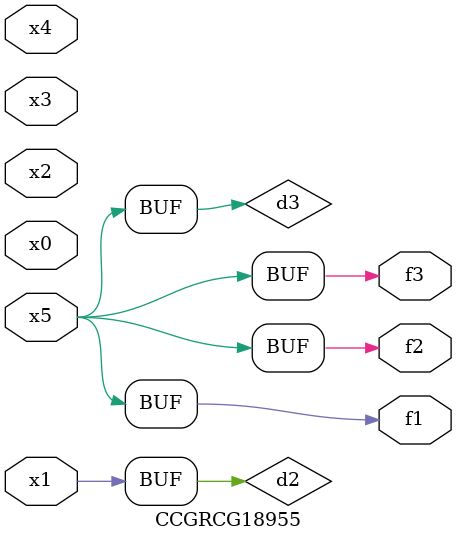
<source format=v>
module CCGRCG18955(
	input x0, x1, x2, x3, x4, x5,
	output f1, f2, f3
);

	wire d1, d2, d3;

	not (d1, x5);
	or (d2, x1);
	xnor (d3, d1);
	assign f1 = d3;
	assign f2 = d3;
	assign f3 = d3;
endmodule

</source>
